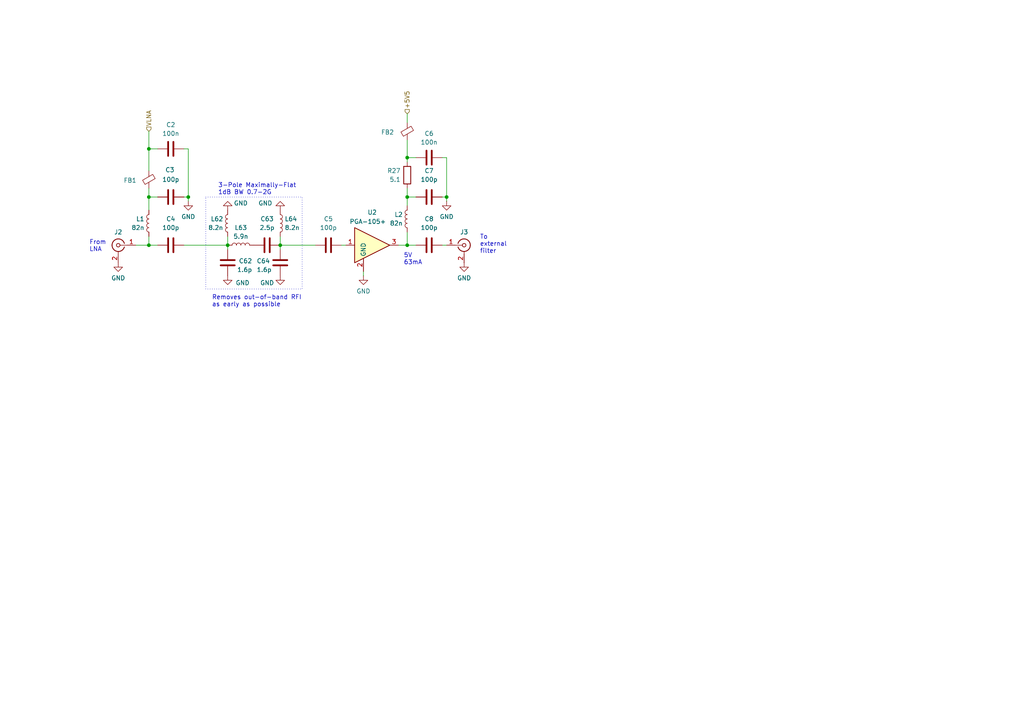
<source format=kicad_sch>
(kicad_sch (version 20231120) (generator "eeschema") (generator_version "8.0")
  (paper "A4")
  (title_block (title "FTX schematic") (date "2024-06-22") (rev "4") (company "Caltech") (comment 1 "Kiran Shila") (comment 2 "Drawing ASP-310") (comment 3 "DSA2000"))
  (lib_symbols
    (symbol "Connector:Conn_Coaxial" (pin_names (offset 1.016) hide)
      (property "Reference" "J" (at 0.254 3.048 0))
      (property "Value" "Conn_Coaxial" (at 2.921 0 90))
      (symbol "Conn_Coaxial_0_1"
        (arc (start -1.778 -0.508) (mid 0.2311 -1.8066) (end 1.778 0) (stroke (width 0.254)))
        (polyline (pts (xy -2.54 0) (xy -0.508 0)))
        (polyline (pts (xy 0 -2.54) (xy 0 -1.778)))
        (circle (center 0 0) (radius 0.508) (stroke (width 0.2032)))
        (arc (start 1.778 0) (mid 0.2099 1.8101) (end -1.778 0.508) (stroke (width 0.254)))
      )
      (symbol "Conn_Coaxial_1_1"
        (pin passive line (at -5.08 0 0) (length 2.54) (name "In") (number "1"))
        (pin passive line (at 0 -5.08 90) (length 2.54) (name "Ext") (number "2"))
      )
    )
    (symbol "DSA2K:ADL5611"
      (property "Reference" "U" (at 0 3.81 0))
      (property "Value" "ADL5611" (at 3.81 -3.81 0))
      (symbol "ADL5611_0_1"
        (polyline (pts (xy 5.08 0) (xy -5.08 5.08) (xy -5.08 -5.08) (xy 5.08 0)) (stroke (width 0.254)) (fill (type background)))
      )
      (symbol "ADL5611_1_1"
        (pin input line (at -7.62 0 0) (length 2.54) (name "~") (number "1"))
        (pin power_in line (at -2.54 -7.62 90) (length 3.81) (name "GND") (number "2"))
        (pin output line (at 7.62 0 180) (length 2.54) (name "~") (number "3"))
      )
    )
    (symbol "Device:C" (pin_numbers hide) (pin_names (offset 0.254))
      (property "Reference" "C" (at 0.635 2.54 0))
      (property "Value" "C" (at 0.635 -2.54 0))
      (symbol "C_0_1"
        (polyline (pts (xy -2.032 -0.762) (xy 2.032 -0.762)) (stroke (width 0.508)))
        (polyline (pts (xy -2.032 0.762) (xy 2.032 0.762)) (stroke (width 0.508)))
      )
      (symbol "C_1_1"
        (pin passive line (at 0 3.81 270) (length 2.794) (name "~") (number "1"))
        (pin passive line (at 0 -3.81 90) (length 2.794) (name "~") (number "2"))
      )
    )
    (symbol "Device:FerriteBead_Small" (pin_numbers hide) (pin_names (offset 0))
      (property "Reference" "FB" (at 1.905 1.27 0))
      (property "Value" "FerriteBead_Small" (at 1.905 -1.27 0))
      (symbol "FerriteBead_Small_0_1"
        (polyline (pts (xy 0 -1.27) (xy 0 -0.7874)))
        (polyline (pts (xy 0 0.889) (xy 0 1.2954)))
        (polyline (pts (xy -1.8288 0.2794) (xy -1.1176 1.4986) (xy 1.8288 -0.2032) (xy 1.1176 -1.4224) (xy -1.8288 0.2794)))
      )
      (symbol "FerriteBead_Small_1_1"
        (pin passive line (at 0 2.54 270) (length 1.27) (name "~") (number "1"))
        (pin passive line (at 0 -2.54 90) (length 1.27) (name "~") (number "2"))
      )
    )
    (symbol "Device:L" (pin_numbers hide) (pin_names (offset 1.016) hide)
      (property "Reference" "L" (at -1.27 0 90))
      (property "Value" "L" (at 1.905 0 90))
      (symbol "L_0_1"
        (arc (start 0 -2.54) (mid 0.6323 -1.905) (end 0 -1.27))
        (arc (start 0 -1.27) (mid 0.6323 -0.635) (end 0 0))
        (arc (start 0 0) (mid 0.6323 0.635) (end 0 1.27))
        (arc (start 0 1.27) (mid 0.6323 1.905) (end 0 2.54))
      )
      (symbol "L_1_1"
        (pin passive line (at 0 3.81 270) (length 1.27) (name "1") (number "1"))
        (pin passive line (at 0 -3.81 90) (length 1.27) (name "2") (number "2"))
      )
    )
    (symbol "Device:R" (pin_numbers hide) (pin_names (offset 0))
      (property "Reference" "R" (at 2.032 0 90))
      (property "Value" "R" (at 0 0 90))
      (symbol "R_0_1"
        (rectangle (start -1.016 -2.54) (end 1.016 2.54) (stroke (width 0.254)))
      )
      (symbol "R_1_1"
        (pin passive line (at 0 3.81 270) (length 1.27) (name "~") (number "1"))
        (pin passive line (at 0 -3.81 90) (length 1.27) (name "~") (number "2"))
      )
    )
    (symbol "power:GND" (power) (pin_numbers hide) (pin_names (offset 0) hide)
      (property "Value" "GND" (at 0 -3.81 0))
      (symbol "GND_0_1"
        (polyline (pts (xy 0 0) (xy 0 -1.27) (xy 1.27 -1.27) (xy 0 -2.54) (xy -1.27 -1.27) (xy 0 -1.27)))
      )
      (symbol "GND_1_1"
        (pin power_in line (at 0 0 270) (length 0) (name "~") (number "1"))
      )
    )
  )
  (junction (at 66.04 71.12))
  (junction (at 54.61 57.15))
  (junction (at 129.54 57.15))
  (junction (at 43.18 57.15))
  (junction (at 81.28 71.12))
  (junction (at 118.11 45.72))
  (junction (at 118.11 57.15))
  (junction (at 43.18 43.18))
  (junction (at 43.18 71.12))
  (junction (at 118.11 71.12))
  (wire (pts (xy 66.04 71.12) (xy 66.04 72.39)))
  (wire (pts (xy 43.18 71.12) (xy 39.37 71.12)))
  (wire (pts (xy 54.61 57.15) (xy 54.61 58.42)))
  (wire (pts (xy 43.18 38.1) (xy 43.18 43.18)))
  (wire (pts (xy 53.34 71.12) (xy 66.04 71.12)))
  (wire (pts (xy 43.18 68.58) (xy 43.18 71.12)))
  (wire (pts (xy 43.18 43.18) (xy 43.18 49.53)))
  (wire (pts (xy 53.34 43.18) (xy 54.61 43.18)))
  (wire (pts (xy 118.11 57.15) (xy 118.11 59.69)))
  (wire (pts (xy 128.27 45.72) (xy 129.54 45.72)))
  (wire (pts (xy 118.11 57.15) (xy 120.65 57.15)))
  (wire (pts (xy 43.18 57.15) (xy 43.18 60.96)))
  (wire (pts (xy 43.18 54.61) (xy 43.18 57.15)))
  (wire (pts (xy 105.41 80.01) (xy 105.41 78.74)))
  (wire (pts (xy 99.06 71.12) (xy 100.33 71.12)))
  (wire (pts (xy 115.57 71.12) (xy 118.11 71.12)))
  (wire (pts (xy 66.04 68.58) (xy 66.04 71.12)))
  (wire (pts (xy 129.54 45.72) (xy 129.54 57.15)))
  (wire (pts (xy 81.28 68.58) (xy 81.28 71.12)))
  (wire (pts (xy 118.11 45.72) (xy 118.11 46.99)))
  (wire (pts (xy 129.54 57.15) (xy 129.54 58.42)))
  (wire (pts (xy 118.11 71.12) (xy 120.65 71.12)))
  (wire (pts (xy 81.28 71.12) (xy 81.28 72.39)))
  (wire (pts (xy 128.27 57.15) (xy 129.54 57.15)))
  (wire (pts (xy 118.11 54.61) (xy 118.11 57.15)))
  (wire (pts (xy 118.11 45.72) (xy 120.65 45.72)))
  (wire (pts (xy 54.61 43.18) (xy 54.61 57.15)))
  (wire (pts (xy 118.11 40.64) (xy 118.11 45.72)))
  (wire (pts (xy 43.18 57.15) (xy 45.72 57.15)))
  (wire (pts (xy 128.27 71.12) (xy 129.54 71.12)))
  (wire (pts (xy 118.11 67.31) (xy 118.11 71.12)))
  (wire (pts (xy 81.28 71.12) (xy 91.44 71.12)))
  (wire (pts (xy 118.11 33.02) (xy 118.11 35.56)))
  (wire (pts (xy 53.34 57.15) (xy 54.61 57.15)))
  (wire (pts (xy 43.18 43.18) (xy 45.72 43.18)))
  (wire (pts (xy 43.18 71.12) (xy 45.72 71.12)))
  (rectangle (start 59.69 57.15) (end 87.63 83.82) (stroke (width 0) (type dot)))
  (text "5V\n63mA" (at 117.094 76.962 0) (effects (font (size 1.27 1.27)) (justify left bottom)))
  (text "Removes out-of-band RFI\nas early as possible" (at 61.468 89.154 0) (effects (font (size 1.27 1.27)) (justify left bottom)))
  (text "To\nexternal\nfilter" (at 139.192 73.66 0) (effects (font (size 1.27 1.27)) (justify left bottom)))
  (text "From\nLNA" (at 25.908 73.152 0) (effects (font (size 1.27 1.27)) (justify left bottom)))
  (text "3-Pole Maximally-Flat\n1dB BW 0.7-2G" (at 63.246 56.642 0) (effects (font (size 1.27 1.27)) (justify left bottom)))
  (hierarchical_label "VLNA" (shape input) (at 43.18 38.1 90))
  (hierarchical_label "+5V5" (shape input) (at 118.11 33.02 90))
  (symbol (lib_id "power:GND") (at 81.28 60.96 180) (unit 1)
    (property "Reference" "#PWR014" (effects (hide yes)))
    (property "Value" "GND" (at 76.962 58.928 0))
    (property "Description" "Power symbol creates a global label with name \"GND\" , ground" (effects (hide yes)))
  )
  (symbol (lib_id "Device:C") (at 49.53 71.12 90) (unit 1)
    (property "Reference" "C4" (at 49.53 63.5 90))
    (property "Value" "100p" (at 49.53 66.04 90))
    (property "Footprint" "Capacitor_SMD:C_0402_1005Metric" (effects (hide yes)))
    (property "Description" "Unpolarized capacitor" (effects (hide yes)))
    (property "MPN" "CBR04C101J3GAC" (effects (hide yes)))
  )
  (symbol (lib_id "Device:C") (at 95.25 71.12 90) (unit 1)
    (property "Reference" "C5" (at 95.25 63.5 90))
    (property "Value" "100p" (at 95.25 66.04 90))
    (property "Footprint" "Capacitor_SMD:C_0402_1005Metric" (effects (hide yes)))
    (property "Description" "Unpolarized capacitor" (effects (hide yes)))
    (property "MPN" "CBR04C101J3GAC" (effects (hide yes)))
  )
  (symbol (lib_id "power:GND") (at 129.54 58.42 0) (unit 1)
    (property "Reference" "#PWR068" (effects (hide yes)))
    (property "Value" "GND" (at 129.54 62.865 0))
    (property "Description" "Power symbol creates a global label with name \"GND\" , ground" (effects (hide yes)))
  )
  (symbol (lib_id "Device:C") (at 81.28 76.2 0) (unit 1)
    (property "Reference" "C64" (at 74.422 75.692 0) (effects (justify left)))
    (property "Value" "1.6p" (at 74.422 78.232 0) (effects (justify left)))
    (property "Footprint" "Capacitor_SMD:C_0402_1005Metric" (effects (hide yes)))
    (property "Description" "Unpolarized capacitor" (effects (hide yes)))
    (property "MPN" "GJM1555C1H1R6WB01D" (effects (hide yes)))
  )
  (symbol (lib_id "power:GND") (at 34.29 76.2 0) (unit 1)
    (property "Reference" "#PWR09" (effects (hide yes)))
    (property "Value" "GND" (at 34.29 80.645 0))
    (property "Description" "Power symbol creates a global label with name \"GND\" , ground" (effects (hide yes)))
  )
  (symbol (lib_id "DSA2K:ADL5611") (at 107.95 71.12 0) (unit 1)
    (property "Reference" "U2" (at 107.95 61.595 0))
    (property "Value" "PGA-105+" (at 106.68 64.262 0))
    (property "Footprint" "DSA2K:SOT89-HighTemp" (effects (hide yes)))
    (property "Datasheet" "https://www.minicircuits.com/pdfs/PGA-105+.pdf" (effects (hide yes)))
    (property "Description" "40 MHz to 2.6 GHz low-noise amplifier" (effects (hide yes)))
    (property "MPN" "PGA-105+" (effects (hide yes)))
  )
  (symbol (lib_id "Device:FerriteBead_Small") (at 43.18 52.07 0) (mirror y) (unit 1)
    (property "Reference" "FB1" (at 39.624 52.324 0) (effects (justify left)))
    (property "Value" "BLM15PG100SN1D" (effects (hide yes)))
    (property "Footprint" "Inductor_SMD:L_0402_1005Metric" (effects (hide yes)))
    (property "Datasheet" "https://www.murata.com/en-us/products/productdata/8796740059166/ENFA0018.pdf" (effects (hide yes)))
    (property "Description" "Ferrite bead, small symbol" (effects (hide yes)))
    (property "MPN" "BLM15PG100SN1D" (effects (hide yes)))
  )
  (symbol (lib_id "Device:C") (at 49.53 43.18 90) (unit 1)
    (property "Reference" "C2" (at 49.53 36.195 90))
    (property "Value" "100n" (at 49.53 38.735 90))
    (property "Footprint" "Capacitor_SMD:C_0402_1005Metric" (effects (hide yes)))
    (property "Description" "Unpolarized capacitor" (effects (hide yes)))
    (property "MPN" "CL05B104KP5NNNC" (effects (hide yes)))
  )
  (symbol (lib_id "Device:R") (at 118.11 50.8 0) (mirror y) (unit 1)
    (property "Reference" "R27" (at 116.205 49.53 0) (effects (justify left)))
    (property "Value" "5.1" (at 116.205 52.07 0) (effects (justify left)))
    (property "Footprint" "Resistor_SMD:R_0402_1005Metric" (effects (hide yes)))
    (property "Description" "Resistor" (effects (hide yes)))
    (property "MPN" "ERJ-2GEJ5R1X" (effects (hide yes)))
  )
  (symbol (lib_id "Device:C") (at 124.46 57.15 90) (unit 1)
    (property "Reference" "C7" (at 124.46 49.53 90))
    (property "Value" "100p" (at 124.46 52.07 90))
    (property "Footprint" "Capacitor_SMD:C_0402_1005Metric" (effects (hide yes)))
    (property "Description" "Unpolarized capacitor" (effects (hide yes)))
    (property "MPN" "CBR04C101J3GAC" (effects (hide yes)))
  )
  (symbol (lib_id "Device:L") (at 81.28 64.77 0) (unit 1)
    (property "Reference" "L64" (at 82.55 63.5 0) (effects (justify left)))
    (property "Value" "8.2n" (at 82.55 66.04 0) (effects (justify left)))
    (property "Footprint" "Inductor_SMD:L_0402_1005Metric" (effects (hide yes)))
    (property "Description" "Inductor" (effects (hide yes)))
    (property "MPN" "LQW15AN8N2G00D" (effects (hide yes)))
  )
  (symbol (lib_id "Device:L") (at 69.85 71.12 90) (unit 1)
    (property "Reference" "L63" (at 69.85 66.04 90))
    (property "Value" "5.9n" (at 69.85 68.58 90))
    (property "Footprint" "Inductor_SMD:L_0402_1005Metric" (effects (hide yes)))
    (property "Description" "Inductor" (effects (hide yes)))
    (property "MPN" "LQW15AN5N9B80D" (effects (hide yes)))
  )
  (symbol (lib_id "power:GND") (at 105.41 80.01 0) (unit 1)
    (property "Reference" "#PWR052" (effects (hide yes)))
    (property "Value" "GND" (at 105.41 84.455 0))
    (property "Description" "Power symbol creates a global label with name \"GND\" , ground" (effects (hide yes)))
  )
  (symbol (lib_id "Device:L") (at 43.18 64.77 0) (mirror y) (unit 1)
    (property "Reference" "L1" (at 41.91 63.5 0) (effects (justify left)))
    (property "Value" "82n" (at 41.91 66.04 0) (effects (justify left)))
    (property "Footprint" "Inductor_SMD:L_0402_1005Metric" (effects (hide yes)))
    (property "Description" "Inductor" (effects (hide yes)))
    (property "MPN" "LQW15AN82NG00D" (effects (hide yes)))
  )
  (symbol (lib_id "power:GND") (at 54.61 58.42 0) (unit 1)
    (property "Reference" "#PWR010" (effects (hide yes)))
    (property "Value" "GND" (at 54.61 62.865 0))
    (property "Description" "Power symbol creates a global label with name \"GND\" , ground" (effects (hide yes)))
  )
  (symbol (lib_id "Device:FerriteBead_Small") (at 118.11 38.1 0) (mirror y) (unit 1)
    (property "Reference" "FB2" (at 114.3 38.354 0) (effects (justify left)))
    (property "Value" "BLM15PG100SN1D" (effects (hide yes)))
    (property "Footprint" "Inductor_SMD:L_0402_1005Metric" (effects (hide yes)))
    (property "Datasheet" "https://www.murata.com/en-us/products/productdata/8796740059166/ENFA0018.pdf" (effects (hide yes)))
    (property "Description" "Ferrite bead, small symbol" (effects (hide yes)))
    (property "MPN" "BLM15PG100SN1D" (effects (hide yes)))
  )
  (symbol (lib_id "Device:L") (at 118.11 63.5 0) (mirror y) (unit 1)
    (property "Reference" "L2" (at 116.84 62.23 0) (effects (justify left)))
    (property "Value" "82n" (at 116.84 64.77 0) (effects (justify left)))
    (property "Footprint" "Inductor_SMD:L_0402_1005Metric" (effects (hide yes)))
    (property "Description" "Inductor" (effects (hide yes)))
    (property "MPN" "LQW15AN82NG00D" (effects (hide yes)))
  )
  (symbol (lib_id "Device:L") (at 66.04 64.77 0) (mirror y) (unit 1)
    (property "Reference" "L62" (at 64.77 63.5 0) (effects (justify left)))
    (property "Value" "8.2n" (at 64.77 66.04 0) (effects (justify left)))
    (property "Footprint" "Inductor_SMD:L_0402_1005Metric" (effects (hide yes)))
    (property "Description" "Inductor" (effects (hide yes)))
    (property "MPN" "LQW15AN8N2G00D" (effects (hide yes)))
  )
  (symbol (lib_id "Connector:Conn_Coaxial") (at 34.29 71.12 0) (mirror y) (unit 1)
    (property "Reference" "J2" (at 34.29 67.31 0))
    (property "Value" "Conn_Coaxial" (effects (hide yes)))
    (property "Footprint" "DSA2K:SMA_4Layer" (effects (hide yes)))
    (property "Datasheet" " ~" (effects (hide yes)))
    (property "Description" "coaxial connector (BNC, SMA, SMB, SMC, Cinch/RCA, LEMO, ...)" (effects (hide yes)))
  )
  (symbol (lib_id "Device:C") (at 49.53 57.15 90) (unit 1)
    (property "Reference" "C3" (at 49.276 49.276 90))
    (property "Value" "100p" (at 49.53 52.07 90))
    (property "Footprint" "Capacitor_SMD:C_0402_1005Metric" (effects (hide yes)))
    (property "Description" "Unpolarized capacitor" (effects (hide yes)))
    (property "MPN" "CBR04C101J3GAC" (effects (hide yes)))
  )
  (symbol (lib_id "Device:C") (at 66.04 76.2 0) (mirror y) (unit 1)
    (property "Reference" "C62" (at 73.152 75.692 0) (effects (justify left)))
    (property "Value" "1.6p" (at 73.152 78.232 0) (effects (justify left)))
    (property "Footprint" "Capacitor_SMD:C_0402_1005Metric" (effects (hide yes)))
    (property "Description" "Unpolarized capacitor" (effects (hide yes)))
    (property "MPN" "GJM1555C1H1R6WB01D" (effects (hide yes)))
  )
  (symbol (lib_id "Device:C") (at 124.46 71.12 90) (unit 1)
    (property "Reference" "C8" (at 124.46 63.5 90))
    (property "Value" "100p" (at 124.46 66.04 90))
    (property "Footprint" "Capacitor_SMD:C_0402_1005Metric" (effects (hide yes)))
    (property "Description" "Unpolarized capacitor" (effects (hide yes)))
    (property "MPN" "CBR04C101J3GAC" (effects (hide yes)))
  )
  (symbol (lib_id "Device:C") (at 124.46 45.72 90) (unit 1)
    (property "Reference" "C6" (at 124.46 38.735 90))
    (property "Value" "100n" (at 124.46 41.275 90))
    (property "Footprint" "Capacitor_SMD:C_0402_1005Metric" (effects (hide yes)))
    (property "Description" "Unpolarized capacitor" (effects (hide yes)))
    (property "MPN" "CL05B104KP5NNNC" (effects (hide yes)))
  )
  (symbol (lib_id "Device:C") (at 77.47 71.12 90) (unit 1)
    (property "Reference" "C63" (at 77.47 63.5 90))
    (property "Value" "2.5p" (at 77.47 66.04 90))
    (property "Footprint" "Capacitor_SMD:C_0402_1005Metric" (effects (hide yes)))
    (property "Description" "Unpolarized capacitor" (effects (hide yes)))
    (property "MPN" "GJM1555C1H2R5WB01D" (effects (hide yes)))
  )
  (symbol (lib_id "power:GND") (at 66.04 60.96 180) (unit 1)
    (property "Reference" "#PWR012" (effects (hide yes)))
    (property "Value" "GND" (at 69.85 58.928 0))
    (property "Description" "Power symbol creates a global label with name \"GND\" , ground" (effects (hide yes)))
  )
  (symbol (lib_id "Connector:Conn_Coaxial") (at 134.62 71.12 0) (unit 1)
    (property "Reference" "J3" (at 134.62 67.31 0))
    (property "Value" "Conn_Coaxial" (effects (hide yes)))
    (property "Footprint" "DSA2K:SMA_4Layer" (effects (hide yes)))
    (property "Datasheet" " ~" (effects (hide yes)))
    (property "Description" "coaxial connector (BNC, SMA, SMB, SMC, Cinch/RCA, LEMO, ...)" (effects (hide yes)))
  )
  (symbol (lib_id "power:GND") (at 81.28 80.01 0) (unit 1)
    (property "Reference" "#PWR043" (effects (hide yes)))
    (property "Value" "GND" (at 77.47 82.042 0))
    (property "Description" "Power symbol creates a global label with name \"GND\" , ground" (effects (hide yes)))
  )
  (symbol (lib_id "power:GND") (at 134.62 76.2 0) (unit 1)
    (property "Reference" "#PWR071" (effects (hide yes)))
    (property "Value" "GND" (at 134.62 80.645 0))
    (property "Description" "Power symbol creates a global label with name \"GND\" , ground" (effects (hide yes)))
  )
  (symbol (lib_id "power:GND") (at 66.04 80.01 0) (unit 1)
    (property "Reference" "#PWR013" (effects (hide yes)))
    (property "Value" "GND" (at 70.358 82.042 0))
    (property "Description" "Power symbol creates a global label with name \"GND\" , ground" (effects (hide yes)))
  )
)
</source>
